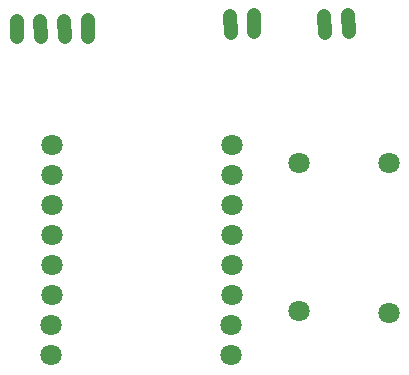
<source format=gbr>
%FSLAX34Y34*%
%MOMM*%
%LNSOLDERMASK_TOP*%
G71*
G01*
%ADD10C,1.200*%
%ADD11C,1.800*%
%LPD*%
G54D10*
X115244Y320004D02*
X114756Y333996D01*
G54D10*
X135244Y320004D02*
X134756Y333996D01*
G54D10*
X155244Y320004D02*
X154756Y333996D01*
G54D10*
X175232Y320702D02*
X174744Y334694D01*
G54D10*
X295695Y323972D02*
X295207Y337964D01*
G54D10*
X315683Y324670D02*
X315195Y338662D01*
X429554Y214125D02*
G54D11*
D03*
X429554Y87125D02*
G54D11*
D03*
X353633Y88375D02*
G54D11*
D03*
X353354Y214125D02*
G54D11*
D03*
X297271Y229159D02*
G54D11*
D03*
X297138Y203759D02*
G54D11*
D03*
X297005Y178359D02*
G54D11*
D03*
X296872Y152960D02*
G54D11*
D03*
X296739Y127560D02*
G54D11*
D03*
X296606Y102161D02*
G54D11*
D03*
X296473Y76760D02*
G54D11*
D03*
X296340Y51362D02*
G54D11*
D03*
X144872Y228627D02*
G54D11*
D03*
X144739Y203227D02*
G54D11*
D03*
X144606Y177828D02*
G54D11*
D03*
X144473Y152428D02*
G54D11*
D03*
X144340Y127028D02*
G54D11*
D03*
X144206Y101628D02*
G54D11*
D03*
X144074Y76229D02*
G54D11*
D03*
X143941Y50829D02*
G54D11*
D03*
G54D10*
X375695Y323972D02*
X375207Y337964D01*
G54D10*
X395683Y324670D02*
X395195Y338662D01*
M02*

</source>
